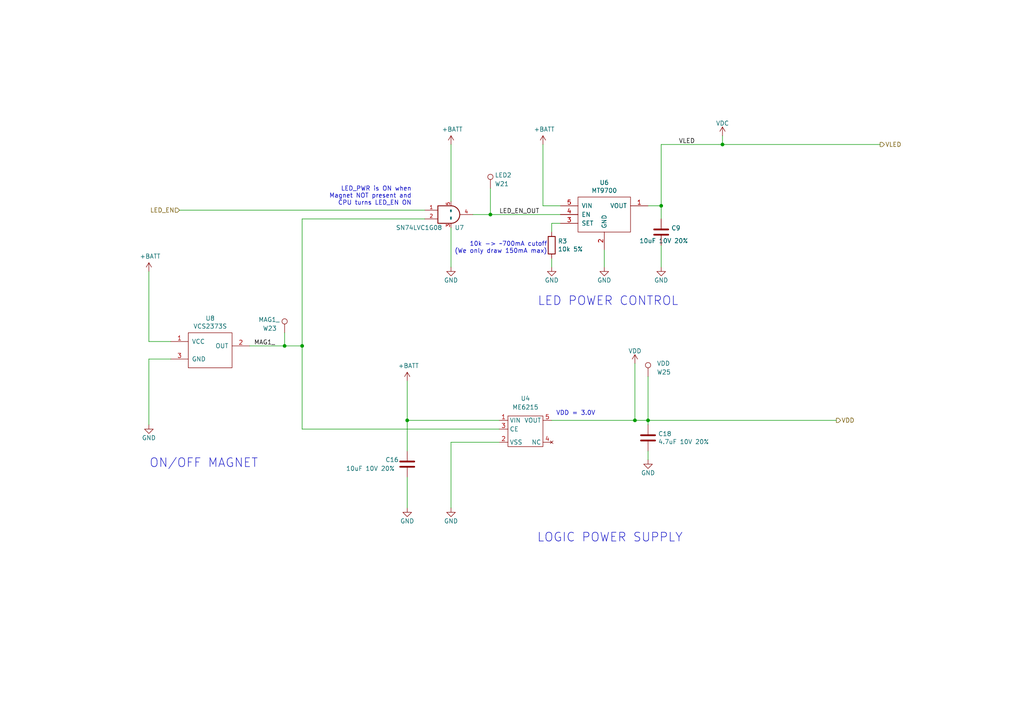
<source format=kicad_sch>
(kicad_sch (version 20230121) (generator eeschema)
  (paper "A4")
  (title_block (title "Pixels D20 Schematic, Power") (date "2020-04-13") (rev "2") (company "Systemic Games, LLC"))
  (lib_symbols
    (symbol "Device:C" (pin_numbers hide) (pin_names (offset 0.254))
      (property "Reference" "C" (at 0.635 2.54 0))
      (property "Value" "C" (at 0.635 -2.54 0))
      (symbol "C_0_1"
        (polyline (pts (xy -2.032 -0.762) (xy 2.032 -0.762)) (stroke (width 0.508)))
        (polyline (pts (xy -2.032 0.762) (xy 2.032 0.762)) (stroke (width 0.508)))
      )
      (symbol "C_1_1"
        (pin passive line (at 0 3.81 270) (length 2.794) (name "~") (number "1"))
        (pin passive line (at 0 -3.81 90) (length 2.794) (name "~") (number "2"))
      )
    )
    (symbol "Device:R" (pin_numbers hide) (pin_names (offset 0))
      (property "Reference" "R" (at 2.032 0 90))
      (property "Value" "R" (at 0 0 90))
      (symbol "R_0_1"
        (rectangle (start -1.016 -2.54) (end 1.016 2.54) (stroke (width 0.254)))
      )
      (symbol "R_1_1"
        (pin passive line (at 0 3.81 270) (length 1.27) (name "~") (number "1"))
        (pin passive line (at 0 -3.81 90) (length 1.27) (name "~") (number "2"))
      )
    )
    (symbol "Pixels-dice:74AHC1G08" (pin_names (offset 1.016))
      (property "Reference" "U" (at -2.54 3.81 0))
      (property "Value" "74AHC1G08" (at 0 -3.81 0))
      (symbol "74AHC1G08_0_1"
        (arc (start 0 -2.54) (mid 2.529 0) (end 0 2.54) (stroke (width 0.254)))
        (polyline (pts (xy 0 -2.54) (xy -3.81 -2.54) (xy -3.81 2.54) (xy 0 2.54)) (stroke (width 0.254)))
      )
      (symbol "74AHC1G08_1_1"
        (pin input line (at -7.62 1.27 0) (length 3.81) (name "~") (number "1"))
        (pin input line (at -7.62 -1.27 0) (length 3.81) (name "~") (number "2"))
        (pin power_in line (at 0 -3.81 90) (length 1.27) (name "GND") (number "3"))
        (pin output line (at 6.35 0 180) (length 3.81) (name "~") (number "4"))
        (pin power_in line (at 0 3.81 270) (length 1.27) (name "VCC") (number "5"))
      )
    )
    (symbol "Pixels-dice:ME6215"
      (property "Reference" "U" (at 3.175 -6.35 0))
      (property "Value" "ME6215" (at 0 5.08 0))
      (symbol "ME6215_0_1"
        (rectangle (start -5.08 3.81) (end 5.08 -5.08))
      )
      (symbol "ME6215_1_1"
        (pin power_in line (at -7.62 2.54 0) (length 2.54) (name "VIN") (number "1"))
        (pin power_in line (at -7.62 -3.81 0) (length 2.54) (name "VSS") (number "2"))
        (pin input line (at -7.62 0 0) (length 2.54) (name "CE") (number "3"))
        (pin no_connect line (at 7.62 -3.81 180) (length 2.54) (name "NC") (number "4"))
        (pin power_out line (at 7.62 2.54 180) (length 2.54) (name "VOUT") (number "5"))
      )
    )
    (symbol "Pixels-dice:MT9700" (pin_names (offset 1.016))
      (property "Reference" "U" (at 6.35 -6.35 0))
      (property "Value" "MT9700" (at 0 6.35 0))
      (symbol "MT9700_0_1"
        (rectangle (start -7.62 5.08) (end 7.62 -5.08))
      )
      (symbol "MT9700_1_1"
        (pin power_out line (at 12.7 2.54 180) (length 5.08) (name "VOUT") (number "1"))
        (pin power_in line (at 0 -10.16 90) (length 5.08) (name "GND") (number "2"))
        (pin input line (at -12.7 -2.54 0) (length 5.08) (name "SET") (number "3"))
        (pin input line (at -12.7 0 0) (length 5.08) (name "EN") (number "4"))
        (pin power_in line (at -12.7 2.54 0) (length 5.08) (name "VIN") (number "5"))
      )
    )
    (symbol "Pixels-dice:TEST_1P-conn" (pin_numbers hide) (pin_names (offset 0.762) hide)
      (property "Reference" "W" (at 0 6.858 0))
      (property "Value" "TEST_1P-conn" (at 0 5.08 0))
      (symbol "TEST_1P-conn_0_1"
        (circle (center 0 3.302) (radius 0.762))
      )
      (symbol "TEST_1P-conn_1_1"
        (pin passive line (at 0 0 90) (length 2.54) (name "1") (number "1"))
      )
    )
    (symbol "Pixels-dice:TMR1366" (pin_names (offset 1.016))
      (property "Reference" "U" (at 3.81 -6.35 0))
      (property "Value" "TMR1366" (at 0 6.35 0))
      (symbol "TMR1366_1_1"
        (rectangle (start -6.35 5.08) (end 6.35 -5.08))
        (pin power_in line (at -11.43 2.54 0) (length 5.08) (name "VCC") (number "1"))
        (pin output line (at 11.43 1.27 180) (length 5.08) (name "OUT") (number "2"))
        (pin power_in line (at -11.43 -2.54 0) (length 5.08) (name "GND") (number "3"))
      )
    )
    (symbol "power:+BATT" (power) (pin_names (offset 0))
      (property "Value" "+BATT" (at 0 3.556 0))
      (symbol "+BATT_0_1"
        (polyline (pts (xy -0.762 1.27) (xy 0 2.54)))
        (polyline (pts (xy 0 0) (xy 0 2.54)))
        (polyline (pts (xy 0 2.54) (xy 0.762 1.27)))
      )
      (symbol "+BATT_1_1"
        (pin power_in line (at 0 0 90) (length 0) hide (name "+BATT") (number "1"))
      )
    )
    (symbol "power:GND" (power) (pin_names (offset 0))
      (property "Value" "GND" (at 0 -3.81 0))
      (symbol "GND_0_1"
        (polyline (pts (xy 0 0) (xy 0 -1.27) (xy 1.27 -1.27) (xy 0 -2.54) (xy -1.27 -1.27) (xy 0 -1.27)))
      )
      (symbol "GND_1_1"
        (pin power_in line (at 0 0 270) (length 0) hide (name "GND") (number "1"))
      )
    )
    (symbol "power:VDC" (power) (pin_names (offset 0))
      (property "Value" "VDC" (at 0 6.35 0))
      (symbol "VDC_0_1"
        (polyline (pts (xy -0.762 1.27) (xy 0 2.54)))
        (polyline (pts (xy 0 0) (xy 0 2.54)))
        (polyline (pts (xy 0 2.54) (xy 0.762 1.27)))
      )
      (symbol "VDC_1_1"
        (pin power_in line (at 0 0 90) (length 0) hide (name "VDC") (number "1"))
      )
    )
    (symbol "power:VDD" (power) (pin_names (offset 0))
      (property "Value" "VDD" (at 0 3.81 0))
      (symbol "VDD_0_1"
        (polyline (pts (xy -0.762 1.27) (xy 0 2.54)))
        (polyline (pts (xy 0 0) (xy 0 2.54)))
        (polyline (pts (xy 0 2.54) (xy 0.762 1.27)))
      )
      (symbol "VDD_1_1"
        (pin power_in line (at 0 0 90) (length 0) hide (name "VDD") (number "1"))
      )
    )
  )
  (junction (at 142.24 62.23))
  (junction (at 184.15 121.92))
  (junction (at 209.55 41.91))
  (junction (at 187.96 121.92))
  (junction (at 87.63 100.33))
  (junction (at 82.55 100.33))
  (junction (at 191.77 59.69))
  (junction (at 118.11 121.92))
  (wire (pts (xy 187.96 130.81) (xy 187.96 133.35)))
  (wire (pts (xy 118.11 130.81) (xy 118.11 121.92)))
  (wire (pts (xy 87.63 100.33) (xy 82.55 100.33)))
  (wire (pts (xy 43.18 78.74) (xy 43.18 99.06)))
  (wire (pts (xy 49.53 104.14) (xy 43.18 104.14)))
  (wire (pts (xy 255.27 41.91) (xy 209.55 41.91)))
  (wire (pts (xy 175.26 72.39) (xy 175.26 77.47)))
  (wire (pts (xy 52.07 60.96) (xy 123.19 60.96)))
  (wire (pts (xy 43.18 104.14) (xy 43.18 123.19)))
  (wire (pts (xy 187.96 121.92) (xy 242.57 121.92)))
  (wire (pts (xy 191.77 63.5) (xy 191.77 59.69)))
  (wire (pts (xy 209.55 41.91) (xy 191.77 41.91)))
  (wire (pts (xy 162.56 59.69) (xy 157.48 59.69)))
  (wire (pts (xy 87.63 63.5) (xy 87.63 100.33)))
  (wire (pts (xy 160.02 121.92) (xy 184.15 121.92)))
  (wire (pts (xy 130.81 66.04) (xy 130.81 77.47)))
  (wire (pts (xy 43.18 99.06) (xy 49.53 99.06)))
  (wire (pts (xy 130.81 41.91) (xy 130.81 58.42)))
  (wire (pts (xy 142.24 62.23) (xy 162.56 62.23)))
  (wire (pts (xy 209.55 39.37) (xy 209.55 41.91)))
  (wire (pts (xy 162.56 64.77) (xy 160.02 64.77)))
  (wire (pts (xy 144.78 128.27) (xy 130.81 128.27)))
  (wire (pts (xy 160.02 74.93) (xy 160.02 77.47)))
  (wire (pts (xy 137.16 62.23) (xy 142.24 62.23)))
  (wire (pts (xy 87.63 124.46) (xy 144.78 124.46)))
  (wire (pts (xy 187.96 121.92) (xy 187.96 123.19)))
  (wire (pts (xy 82.55 100.33) (xy 72.39 100.33)))
  (wire (pts (xy 184.15 105.41) (xy 184.15 121.92)))
  (wire (pts (xy 160.02 64.77) (xy 160.02 67.31)))
  (wire (pts (xy 130.81 128.27) (xy 130.81 147.32)))
  (wire (pts (xy 118.11 110.49) (xy 118.11 121.92)))
  (wire (pts (xy 187.96 59.69) (xy 191.77 59.69)))
  (wire (pts (xy 87.63 100.33) (xy 87.63 124.46)))
  (wire (pts (xy 157.48 41.91) (xy 157.48 59.69)))
  (wire (pts (xy 118.11 121.92) (xy 144.78 121.92)))
  (wire (pts (xy 184.15 121.92) (xy 187.96 121.92)))
  (wire (pts (xy 187.96 109.22) (xy 187.96 121.92)))
  (wire (pts (xy 142.24 54.61) (xy 142.24 62.23)))
  (wire (pts (xy 191.77 41.91) (xy 191.77 59.69)))
  (wire (pts (xy 82.55 96.52) (xy 82.55 100.33)))
  (wire (pts (xy 87.63 63.5) (xy 123.19 63.5)))
  (wire (pts (xy 191.77 71.12) (xy 191.77 77.47)))
  (wire (pts (xy 118.11 138.43) (xy 118.11 147.32)))
  (text "LOGIC POWER SUPPLY" (at 198.12 157.48 0) (effects (font (size 2.54 2.54)) (justify right bottom)))
  (text "ON/OFF MAGNET" (at 74.93 135.89 0) (effects (font (size 2.54 2.54)) (justify right bottom)))
  (text "LED_PWR is ON when\nMagnet NOT present and\nCPU turns LED_EN ON" (at 119.38 59.69 0) (effects (font (size 1.27 1.27)) (justify right bottom)))
  (text "10k -> ~700mA cutoff\n(We only draw 150mA max)" (at 158.75 73.66 0) (effects (font (size 1.27 1.27)) (justify right bottom)))
  (text "LED POWER CONTROL" (at 196.85 88.9 0) (effects (font (size 2.54 2.54)) (justify right bottom)))
  (text "VDD = 3.0V" (at 172.72 120.65 0) (effects (font (size 1.27 1.27)) (justify right bottom)))
  (label "MAG1_" (at 73.66 100.33 0))
  (label "VLED" (at 196.85 41.91 0))
  (label "LED_EN_OUT" (at 144.78 62.23 0))
  (hierarchical_label "LED_EN" (shape input) (at 52.07 60.96 180))
  (hierarchical_label "VDD" (shape output) (at 242.57 121.92 0))
  (hierarchical_label "VLED" (shape output) (at 255.27 41.91 0))
  (symbol (lib_id "Pixels-dice:TEST_1P-conn") (at 142.24 54.61 0) (unit 1) (in_bom no)
    (property "Reference" "W21" (at 143.51 53.34 0) (effects (justify left)))
    (property "Value" "LED2" (at 143.51 50.8 0) (effects (justify left)))
    (property "Footprint" "Pixels-dice:TEST_PIN" (effects hide))
    (property "Generic OK" "N/A" (effects hide))
  )
  (symbol (lib_id "power:+BATT") (at 157.48 41.91 0) (unit 1)
    (property "Reference" "#PWR033" (effects hide))
    (property "Value" "+BATT" (at 157.861 37.5158 0))
  )
  (symbol (lib_id "power:GND") (at 175.26 77.47 0) (unit 1)
    (property "Reference" "#PWR038" (effects hide))
    (property "Value" "GND" (at 175.26 81.28 0))
  )
  (symbol (lib_id "power:GND") (at 43.18 123.19 0) (unit 1)
    (property "Reference" "#PWR039" (effects hide))
    (property "Value" "GND" (at 43.18 127 0))
  )
  (symbol (lib_id "power:+BATT") (at 43.18 78.74 0) (unit 1)
    (property "Reference" "#PWR036" (effects hide))
    (property "Value" "+BATT" (at 43.561 74.3458 0))
  )
  (symbol (lib_id "Pixels-dice:TEST_1P-conn") (at 82.55 96.52 0) (unit 1) (in_bom no)
    (property "Reference" "W23" (at 76.2 95.25 0) (effects (justify left)))
    (property "Value" "MAG1_" (at 74.93 92.71 0) (effects (justify left)))
    (property "Footprint" "Pixels-dice:TEST_PIN" (effects hide))
    (property "Generic OK" "N/A" (effects hide))
  )
  (symbol (lib_id "Pixels-dice:74AHC1G08") (at 130.81 62.23 0) (unit 1)
    (property "Reference" "U7" (at 134.62 66.04 0) (effects (justify right)))
    (property "Value" "SN74LVC1G08" (at 128.27 66.04 0) (effects (justify right)))
    (property "Footprint" "Pixels-dice:SOT-353_SC-70-5" (effects hide))
    (property "Datasheet" "http://www.ti.com/lit/sg/scyt129e/scyt129e.pdf" (effects hide))
    (property "Generic OK" "YES" (effects hide))
    (property "Manufacturer" "UMW(Youtai Semiconductor Co., Ltd.)" (effects hide))
    (property "Manufacturer Part Number" "SN74LVC1G08DCKR" (effects hide))
    (property "Pixels Part Number" "SMD-U007" (effects hide))
  )
  (symbol (lib_id "power:+BATT") (at 130.81 41.91 0) (unit 1)
    (property "Reference" "#PWR020" (effects hide))
    (property "Value" "+BATT" (at 131.191 37.5158 0))
  )
  (symbol (lib_id "power:GND") (at 130.81 77.47 0) (unit 1)
    (property "Reference" "#PWR034" (effects hide))
    (property "Value" "GND" (at 130.81 81.28 0))
  )
  (symbol (lib_id "Pixels-dice:TMR1366") (at 60.96 101.6 0) (unit 1)
    (property "Reference" "U8" (at 60.96 92.329 0))
    (property "Value" "VCS2373S" (at 60.96 94.6404 0))
    (property "Footprint" "Pixels-dice:SOT-23" (effects hide))
    (property "Generic OK" "NO" (effects hide))
    (property "Manufacturer" "HUAXIN" (effects hide))
    (property "Manufacturer Part Number" "VCS2373S" (effects hide))
    (property "Pixels Part Number" "SMD-U008-ALT8" (effects hide))
  )
  (symbol (lib_id "Device:C") (at 191.77 67.31 0) (unit 1)
    (property "Reference" "C9" (at 194.691 66.1416 0) (effects (justify left)))
    (property "Value" "10uF 10V 20%" (at 185.42 69.85 0) (effects (justify left)))
    (property "Footprint" "Pixels-dice:C_0402_1005Metric" (effects hide))
    (property "Generic OK" "YES" (effects hide))
    (property "Pixels Part Number" "SMD-C002" (effects hide))
    (property "Manufacturer" "Murata" (effects hide))
    (property "Manufacturer Part Number" "GRM155R60J106ME05D" (effects hide))
  )
  (symbol (lib_id "power:GND") (at 191.77 77.47 0) (unit 1)
    (property "Reference" "#PWR0142" (effects hide))
    (property "Value" "GND" (at 191.77 81.28 0))
  )
  (symbol (lib_id "Pixels-dice:MT9700") (at 175.26 62.23 0) (unit 1)
    (property "Reference" "U6" (at 175.26 52.959 0))
    (property "Value" "MT9700" (at 175.26 55.2704 0))
    (property "Footprint" "Pixels-dice:SOT-23-5" (effects hide))
    (property "Manufacturer" "XI'AN Aerosemi Tech" (effects hide))
    (property "Manufacturer Part Number" "MT9700" (effects hide))
    (property "Pixels Part Number" "SMD-U006-ALT2" (effects hide))
    (property "Generic OK" "NO" (effects hide))
  )
  (symbol (lib_id "Device:R") (at 160.02 71.12 0) (unit 1)
    (property "Reference" "R3" (at 161.798 69.9516 0) (effects (justify left)))
    (property "Value" "10k 5%" (at 161.798 72.263 0) (effects (justify left)))
    (property "Footprint" "Pixels-dice:R_0402_1005Metric" (effects hide))
    (property "Generic OK" "YES" (effects hide))
    (property "Manufacturer" "UNI-ROYAL(Uniroyal Elec)" (effects hide))
    (property "Manufacturer Part Number" "0402WGJ0103TCE" (effects hide))
    (property "Pixels Part Number" "SMD-R002" (effects hide))
  )
  (symbol (lib_id "power:GND") (at 160.02 77.47 0) (unit 1)
    (property "Reference" "#PWR0101" (effects hide))
    (property "Value" "GND" (at 160.02 81.28 0))
  )
  (symbol (lib_id "power:VDD") (at 184.15 105.41 0) (unit 1)
    (property "Reference" "#PWR0136" (effects hide))
    (property "Value" "VDD" (at 184.15 101.8055 0))
  )
  (symbol (lib_id "power:GND") (at 118.11 147.32 0) (unit 1)
    (property "Reference" "#PWR0135" (effects hide))
    (property "Value" "GND" (at 118.11 151.13 0))
  )
  (symbol (lib_id "power:VDC") (at 209.55 39.37 0) (unit 1)
    (property "Reference" "#PWR026" (effects hide))
    (property "Value" "VDC" (at 209.55 35.7655 0))
  )
  (symbol (lib_id "power:+BATT") (at 118.11 110.49 0) (unit 1)
    (property "Reference" "#PWR0138" (effects hide))
    (property "Value" "+BATT" (at 118.491 106.0958 0))
  )
  (symbol (lib_id "Device:C") (at 118.11 134.62 0) (unit 1)
    (property "Reference" "C16" (at 111.76 133.35 0) (effects (justify left)))
    (property "Value" "10uF 10V 20%" (at 100.33 135.89 0) (effects (justify left)))
    (property "Footprint" "Pixels-dice:C_0402_1005Metric" (effects hide))
    (property "Generic OK" "YES" (effects hide))
    (property "Pixels Part Number" "SMD-C002" (effects hide))
    (property "Manufacturer" "Murata" (effects hide))
    (property "Manufacturer Part Number" "GRM155R60J106ME05D" (effects hide))
  )
  (symbol (lib_id "power:GND") (at 187.96 133.35 0) (unit 1)
    (property "Reference" "#PWR0137" (effects hide))
    (property "Value" "GND" (at 187.96 137.16 0))
  )
  (symbol (lib_id "Pixels-dice:ME6215") (at 152.4 124.46 0) (unit 1)
    (property "Reference" "U4" (at 152.4 115.57 0))
    (property "Value" "ME6215" (at 152.4 118.11 0))
    (property "Footprint" "Pixels-dice:SOT-23-5" (effects hide))
    (property "Generic OK" "NO" (effects hide))
    (property "Manufacturer" "MICRONE(Nanjing Micro One Elec)" (effects hide))
    (property "Manufacturer Part Number" "ME6215C30M5G" (effects hide))
  )
  (symbol (lib_id "power:GND") (at 130.81 147.32 0) (unit 1)
    (property "Reference" "#PWR0134" (effects hide))
    (property "Value" "GND" (at 130.81 151.13 0))
  )
  (symbol (lib_id "Device:C") (at 187.96 127 0) (unit 1)
    (property "Reference" "C18" (at 190.881 125.8316 0) (effects (justify left)))
    (property "Value" "4.7uF 10V 20%" (at 190.881 128.143 0) (effects (justify left)))
    (property "Footprint" "Pixels-dice:C_0402_1005Metric" (effects hide))
    (property "Generic OK" "YES" (effects hide))
    (property "Pixels Part Number" "SMD-C002" (effects hide))
    (property "Manufacturer" "Murata" (effects hide))
    (property "Manufacturer Part Number" "GRM155R61A475MEAAJ" (effects hide))
  )
  (symbol (lib_id "Pixels-dice:TEST_1P-conn") (at 187.96 109.22 0) (unit 1) (in_bom no)
    (property "Reference" "W25" (at 190.5 107.95 0) (effects (justify left)))
    (property "Value" "VDD" (at 190.5 105.41 0) (effects (justify left)))
    (property "Footprint" "Pixels-dice:TEST_PIN" (effects hide))
    (property "Generic OK" "N/A" (effects hide))
  )
)
</source>
